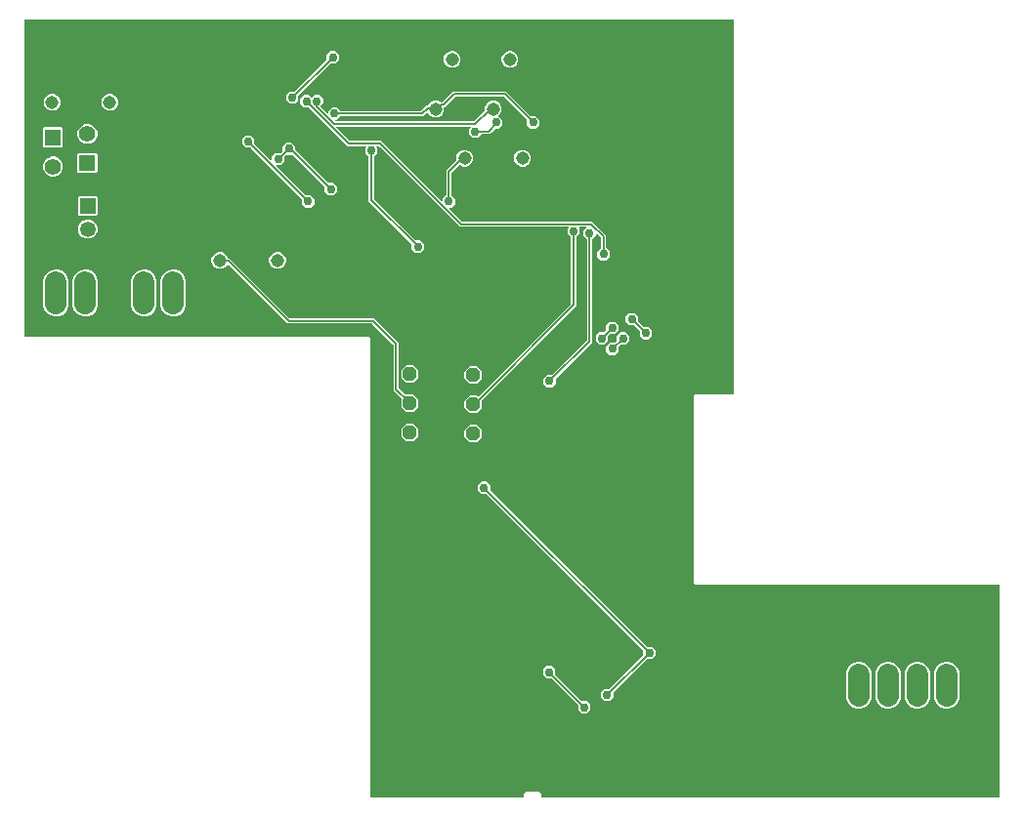
<source format=gbr>
G04 EAGLE Gerber X2 export*
%TF.Part,Single*%
%TF.FileFunction,Copper,L2,Bot,Mixed*%
%TF.FilePolarity,Positive*%
%TF.GenerationSoftware,Autodesk,EAGLE,9.2.2*%
%TF.CreationDate,2019-03-16T21:24:14Z*%
G75*
%MOMM*%
%FSLAX34Y34*%
%LPD*%
%INBottom Copper*%
%AMOC8*
5,1,8,0,0,1.08239X$1,22.5*%
G01*
%ADD10C,1.143000*%
%ADD11R,1.350000X1.350000*%
%ADD12C,1.350000*%
%ADD13P,1.307527X8X292.500000*%
%ADD14C,1.879600*%
%ADD15C,1.408000*%
%ADD16R,1.408000X1.408000*%
%ADD17C,0.152400*%
%ADD18C,0.756400*%

G36*
X434957Y2542D02*
X434957Y2542D01*
X434962Y2541D01*
X435055Y2562D01*
X435149Y2580D01*
X435153Y2583D01*
X435158Y2584D01*
X435236Y2640D01*
X435314Y2693D01*
X435317Y2697D01*
X435321Y2700D01*
X435372Y2782D01*
X435424Y2861D01*
X435424Y2866D01*
X435427Y2871D01*
X435459Y3048D01*
X435459Y6052D01*
X436948Y7541D01*
X449052Y7541D01*
X450541Y6052D01*
X450541Y3048D01*
X450542Y3043D01*
X450541Y3038D01*
X450562Y2945D01*
X450580Y2851D01*
X450583Y2847D01*
X450584Y2842D01*
X450640Y2764D01*
X450693Y2686D01*
X450697Y2683D01*
X450700Y2679D01*
X450782Y2628D01*
X450861Y2576D01*
X450866Y2576D01*
X450871Y2573D01*
X451048Y2541D01*
X846952Y2541D01*
X846957Y2542D01*
X846962Y2541D01*
X847055Y2562D01*
X847149Y2580D01*
X847153Y2583D01*
X847158Y2584D01*
X847236Y2640D01*
X847314Y2693D01*
X847317Y2697D01*
X847321Y2700D01*
X847372Y2782D01*
X847424Y2861D01*
X847424Y2866D01*
X847427Y2871D01*
X847459Y3048D01*
X847459Y186952D01*
X847458Y186957D01*
X847459Y186962D01*
X847438Y187055D01*
X847420Y187149D01*
X847417Y187153D01*
X847416Y187158D01*
X847360Y187236D01*
X847307Y187314D01*
X847303Y187317D01*
X847300Y187321D01*
X847218Y187372D01*
X847139Y187424D01*
X847134Y187424D01*
X847129Y187427D01*
X846952Y187459D01*
X583948Y187459D01*
X582459Y188948D01*
X582459Y351052D01*
X583948Y352541D01*
X616952Y352541D01*
X616957Y352542D01*
X616962Y352541D01*
X617055Y352562D01*
X617149Y352580D01*
X617153Y352583D01*
X617158Y352584D01*
X617236Y352640D01*
X617314Y352693D01*
X617317Y352697D01*
X617321Y352700D01*
X617372Y352782D01*
X617424Y352861D01*
X617424Y352866D01*
X617427Y352871D01*
X617459Y353048D01*
X617459Y676952D01*
X617458Y676957D01*
X617459Y676962D01*
X617438Y677055D01*
X617420Y677149D01*
X617417Y677153D01*
X617416Y677158D01*
X617360Y677236D01*
X617307Y677314D01*
X617303Y677317D01*
X617300Y677321D01*
X617218Y677372D01*
X617139Y677424D01*
X617134Y677424D01*
X617129Y677427D01*
X616952Y677459D01*
X3048Y677459D01*
X3043Y677458D01*
X3038Y677459D01*
X2945Y677438D01*
X2851Y677420D01*
X2847Y677417D01*
X2842Y677416D01*
X2764Y677360D01*
X2686Y677307D01*
X2683Y677303D01*
X2679Y677300D01*
X2628Y677218D01*
X2576Y677139D01*
X2576Y677134D01*
X2573Y677129D01*
X2541Y676952D01*
X2541Y403048D01*
X2542Y403043D01*
X2541Y403038D01*
X2562Y402945D01*
X2580Y402851D01*
X2583Y402847D01*
X2584Y402842D01*
X2640Y402764D01*
X2693Y402686D01*
X2697Y402683D01*
X2700Y402679D01*
X2782Y402628D01*
X2861Y402576D01*
X2866Y402576D01*
X2871Y402573D01*
X3048Y402541D01*
X301052Y402541D01*
X302541Y401052D01*
X302541Y3048D01*
X302542Y3043D01*
X302541Y3038D01*
X302562Y2945D01*
X302580Y2851D01*
X302583Y2847D01*
X302584Y2842D01*
X302640Y2764D01*
X302693Y2686D01*
X302697Y2683D01*
X302700Y2679D01*
X302782Y2628D01*
X302861Y2576D01*
X302866Y2576D01*
X302871Y2573D01*
X303048Y2541D01*
X434952Y2541D01*
X434957Y2542D01*
G37*
%LPC*%
G36*
X388287Y335876D02*
X388287Y335876D01*
X383855Y340307D01*
X383855Y346574D01*
X388287Y351005D01*
X394554Y351005D01*
X395188Y350371D01*
X395192Y350368D01*
X395195Y350364D01*
X395275Y350313D01*
X395355Y350260D01*
X395360Y350259D01*
X395364Y350256D01*
X395458Y350240D01*
X395552Y350223D01*
X395557Y350224D01*
X395562Y350223D01*
X395654Y350244D01*
X395748Y350264D01*
X395752Y350267D01*
X395757Y350268D01*
X395905Y350371D01*
X476101Y430567D01*
X476105Y430573D01*
X476111Y430578D01*
X476160Y430656D01*
X476212Y430734D01*
X476213Y430741D01*
X476217Y430748D01*
X476249Y430925D01*
X476249Y488348D01*
X476248Y488356D01*
X476249Y488363D01*
X476228Y488453D01*
X476210Y488544D01*
X476205Y488551D01*
X476203Y488558D01*
X476101Y488706D01*
X473229Y491578D01*
X473229Y495974D01*
X473975Y496719D01*
X473976Y496722D01*
X473978Y496723D01*
X474030Y496803D01*
X474085Y496886D01*
X474086Y496889D01*
X474087Y496891D01*
X474105Y496987D01*
X474123Y497083D01*
X474123Y497086D01*
X474123Y497088D01*
X474102Y497185D01*
X474081Y497279D01*
X474080Y497281D01*
X474079Y497284D01*
X474023Y497364D01*
X473967Y497444D01*
X473965Y497445D01*
X473963Y497447D01*
X473880Y497499D01*
X473798Y497551D01*
X473795Y497552D01*
X473793Y497553D01*
X473616Y497585D01*
X380053Y497585D01*
X310097Y567541D01*
X310091Y567545D01*
X310086Y567551D01*
X310008Y567600D01*
X309930Y567652D01*
X309923Y567653D01*
X309916Y567657D01*
X309739Y567689D01*
X308196Y567689D01*
X308194Y567689D01*
X308191Y567689D01*
X308096Y567669D01*
X308000Y567650D01*
X307997Y567648D01*
X307995Y567648D01*
X307914Y567592D01*
X307834Y567537D01*
X307832Y567535D01*
X307830Y567533D01*
X307777Y567450D01*
X307725Y567369D01*
X307724Y567366D01*
X307723Y567364D01*
X307706Y567268D01*
X307689Y567172D01*
X307690Y567169D01*
X307689Y567167D01*
X307711Y567072D01*
X307733Y566976D01*
X307734Y566974D01*
X307735Y566971D01*
X307837Y566823D01*
X308583Y566078D01*
X308583Y561682D01*
X305711Y558810D01*
X305707Y558804D01*
X305701Y558799D01*
X305652Y558721D01*
X305600Y558643D01*
X305599Y558636D01*
X305595Y558629D01*
X305563Y558452D01*
X305563Y522129D01*
X305564Y522121D01*
X305563Y522113D01*
X305584Y522023D01*
X305602Y521932D01*
X305607Y521926D01*
X305609Y521918D01*
X305711Y521770D01*
X341654Y485827D01*
X341660Y485823D01*
X341665Y485817D01*
X341744Y485768D01*
X341821Y485716D01*
X341828Y485715D01*
X341835Y485711D01*
X342012Y485679D01*
X345757Y485679D01*
X348865Y482570D01*
X348865Y478174D01*
X345757Y475065D01*
X341360Y475065D01*
X338252Y478174D01*
X338252Y482552D01*
X338250Y482559D01*
X338251Y482567D01*
X338231Y482657D01*
X338212Y482748D01*
X338208Y482755D01*
X338206Y482762D01*
X338103Y482910D01*
X302477Y518536D01*
X300989Y520024D01*
X300989Y558452D01*
X300988Y558460D01*
X300989Y558467D01*
X300968Y558557D01*
X300950Y558648D01*
X300945Y558655D01*
X300943Y558662D01*
X300841Y558810D01*
X297969Y561682D01*
X297969Y566078D01*
X298715Y566823D01*
X298716Y566826D01*
X298718Y566827D01*
X298770Y566907D01*
X298825Y566990D01*
X298826Y566993D01*
X298827Y566995D01*
X298845Y567091D01*
X298863Y567187D01*
X298863Y567190D01*
X298863Y567192D01*
X298842Y567289D01*
X298821Y567383D01*
X298820Y567385D01*
X298819Y567388D01*
X298763Y567468D01*
X298707Y567548D01*
X298705Y567549D01*
X298703Y567551D01*
X298620Y567603D01*
X298538Y567655D01*
X298535Y567656D01*
X298533Y567657D01*
X298356Y567689D01*
X282517Y567689D01*
X281029Y569177D01*
X249109Y601097D01*
X249103Y601101D01*
X249098Y601107D01*
X249020Y601156D01*
X248942Y601208D01*
X248935Y601209D01*
X248928Y601213D01*
X248751Y601245D01*
X244690Y601245D01*
X241581Y604354D01*
X241581Y608750D01*
X244690Y611859D01*
X249086Y611859D01*
X251101Y609844D01*
X251106Y609841D01*
X251109Y609836D01*
X251189Y609785D01*
X251268Y609733D01*
X251273Y609732D01*
X251278Y609729D01*
X251372Y609713D01*
X251465Y609695D01*
X251470Y609696D01*
X251476Y609695D01*
X251568Y609717D01*
X251661Y609737D01*
X251666Y609740D01*
X251671Y609741D01*
X251819Y609844D01*
X253834Y611859D01*
X258230Y611859D01*
X261339Y608750D01*
X261339Y604354D01*
X259474Y602489D01*
X259471Y602485D01*
X259467Y602482D01*
X259416Y602401D01*
X259363Y602322D01*
X259362Y602317D01*
X259359Y602313D01*
X259343Y602219D01*
X259326Y602125D01*
X259327Y602120D01*
X259326Y602115D01*
X259347Y602023D01*
X259367Y601929D01*
X259370Y601925D01*
X259371Y601920D01*
X259474Y601772D01*
X265099Y596147D01*
X265102Y596145D01*
X265103Y596143D01*
X265184Y596090D01*
X265266Y596036D01*
X265269Y596035D01*
X265271Y596034D01*
X265367Y596016D01*
X265463Y595998D01*
X265466Y595999D01*
X265468Y595998D01*
X265565Y596020D01*
X265659Y596040D01*
X265661Y596041D01*
X265664Y596042D01*
X265744Y596098D01*
X265824Y596154D01*
X265825Y596156D01*
X265827Y596158D01*
X265879Y596240D01*
X265931Y596323D01*
X265932Y596326D01*
X265933Y596328D01*
X265965Y596505D01*
X265965Y598082D01*
X269074Y601191D01*
X273470Y601191D01*
X276342Y598319D01*
X276348Y598315D01*
X276353Y598309D01*
X276431Y598260D01*
X276509Y598208D01*
X276516Y598207D01*
X276523Y598203D01*
X276700Y598171D01*
X346315Y598171D01*
X346322Y598172D01*
X346330Y598171D01*
X346420Y598192D01*
X346511Y598210D01*
X346518Y598215D01*
X346525Y598217D01*
X346673Y598319D01*
X351097Y602743D01*
X351862Y602743D01*
X351868Y602744D01*
X351875Y602743D01*
X351966Y602764D01*
X352058Y602782D01*
X352064Y602786D01*
X352070Y602787D01*
X352147Y602842D01*
X352224Y602895D01*
X352228Y602900D01*
X352233Y602904D01*
X352330Y603056D01*
X352668Y603871D01*
X354705Y605908D01*
X355429Y606208D01*
X356654Y606715D01*
X357365Y607010D01*
X360246Y607010D01*
X362946Y605891D01*
X362965Y605880D01*
X363042Y605828D01*
X363049Y605827D01*
X363056Y605823D01*
X363233Y605791D01*
X364603Y605791D01*
X364610Y605792D01*
X364618Y605791D01*
X364708Y605812D01*
X364799Y605830D01*
X364806Y605835D01*
X364813Y605837D01*
X364961Y605939D01*
X373957Y614935D01*
X420047Y614935D01*
X421535Y613447D01*
X441263Y593719D01*
X441269Y593715D01*
X441274Y593709D01*
X441352Y593660D01*
X441430Y593608D01*
X441437Y593607D01*
X441444Y593603D01*
X441621Y593571D01*
X445682Y593571D01*
X448791Y590462D01*
X448791Y586066D01*
X445682Y582957D01*
X441286Y582957D01*
X438177Y586066D01*
X438177Y590127D01*
X438176Y590134D01*
X438177Y590142D01*
X438156Y590232D01*
X438138Y590323D01*
X438133Y590330D01*
X438131Y590337D01*
X438029Y590485D01*
X418301Y610213D01*
X418295Y610217D01*
X418290Y610223D01*
X418212Y610272D01*
X418134Y610324D01*
X418127Y610325D01*
X418120Y610329D01*
X417943Y610361D01*
X376061Y610361D01*
X376054Y610360D01*
X376046Y610361D01*
X375956Y610340D01*
X375865Y610322D01*
X375858Y610317D01*
X375851Y610315D01*
X375703Y610213D01*
X366707Y601217D01*
X366552Y601217D01*
X366547Y601216D01*
X366542Y601217D01*
X366449Y601196D01*
X366356Y601178D01*
X366352Y601175D01*
X366346Y601174D01*
X366269Y601118D01*
X366190Y601065D01*
X366187Y601061D01*
X366183Y601058D01*
X366132Y600976D01*
X366081Y600897D01*
X366080Y600892D01*
X366077Y600887D01*
X366045Y600710D01*
X366045Y598330D01*
X364943Y595669D01*
X362906Y593632D01*
X362460Y593447D01*
X362459Y593447D01*
X361235Y592940D01*
X360246Y592530D01*
X357365Y592530D01*
X354705Y593632D01*
X352668Y595669D01*
X352321Y596507D01*
X352319Y596510D01*
X352318Y596514D01*
X352263Y596594D01*
X352209Y596673D01*
X352206Y596676D01*
X352204Y596679D01*
X352122Y596731D01*
X352042Y596784D01*
X352038Y596784D01*
X352034Y596786D01*
X351939Y596802D01*
X351844Y596820D01*
X351841Y596819D01*
X351837Y596820D01*
X351743Y596798D01*
X351649Y596778D01*
X351645Y596775D01*
X351642Y596774D01*
X351494Y596672D01*
X348419Y593597D01*
X276700Y593597D01*
X276692Y593596D01*
X276685Y593597D01*
X276595Y593576D01*
X276504Y593558D01*
X276497Y593553D01*
X276490Y593551D01*
X276342Y593449D01*
X273470Y590577D01*
X271893Y590577D01*
X271891Y590577D01*
X271888Y590577D01*
X271793Y590557D01*
X271697Y590538D01*
X271695Y590536D01*
X271692Y590536D01*
X271612Y590480D01*
X271531Y590425D01*
X271530Y590423D01*
X271527Y590421D01*
X271474Y590337D01*
X271422Y590257D01*
X271421Y590254D01*
X271420Y590252D01*
X271403Y590156D01*
X271386Y590060D01*
X271387Y590057D01*
X271386Y590055D01*
X271408Y589960D01*
X271430Y589864D01*
X271431Y589862D01*
X271432Y589859D01*
X271535Y589711D01*
X272071Y589175D01*
X272077Y589171D01*
X272082Y589165D01*
X272161Y589116D01*
X272238Y589064D01*
X272245Y589063D01*
X272252Y589059D01*
X272429Y589027D01*
X392035Y589027D01*
X392042Y589028D01*
X392050Y589027D01*
X392140Y589048D01*
X392231Y589066D01*
X392238Y589071D01*
X392245Y589073D01*
X392393Y589175D01*
X401417Y598199D01*
X401421Y598204D01*
X401422Y598206D01*
X401428Y598210D01*
X401477Y598289D01*
X401528Y598366D01*
X401529Y598371D01*
X401530Y598373D01*
X401531Y598375D01*
X401534Y598380D01*
X401566Y598558D01*
X401566Y601210D01*
X402668Y603871D01*
X404705Y605908D01*
X405429Y606208D01*
X406654Y606715D01*
X407365Y607010D01*
X410246Y607010D01*
X412906Y605908D01*
X414943Y603871D01*
X416045Y601210D01*
X416045Y598330D01*
X414943Y595669D01*
X413620Y594346D01*
X413617Y594342D01*
X413613Y594339D01*
X413562Y594259D01*
X413509Y594179D01*
X413508Y594174D01*
X413505Y594170D01*
X413489Y594076D01*
X413472Y593982D01*
X413473Y593977D01*
X413472Y593972D01*
X413493Y593879D01*
X413513Y593786D01*
X413516Y593782D01*
X413517Y593777D01*
X413620Y593629D01*
X416787Y590462D01*
X416787Y586066D01*
X413678Y582957D01*
X410673Y582957D01*
X410665Y582956D01*
X410658Y582957D01*
X410568Y582936D01*
X410477Y582918D01*
X410470Y582913D01*
X410462Y582911D01*
X410314Y582809D01*
X407022Y579516D01*
X405534Y578028D01*
X398638Y578028D01*
X398631Y578027D01*
X398623Y578028D01*
X398533Y578007D01*
X398442Y577989D01*
X398435Y577984D01*
X398428Y577982D01*
X398280Y577880D01*
X395408Y575008D01*
X391012Y575008D01*
X387903Y578117D01*
X387903Y582513D01*
X388978Y583587D01*
X388979Y583590D01*
X388981Y583591D01*
X389033Y583671D01*
X389089Y583754D01*
X389089Y583757D01*
X389091Y583759D01*
X389108Y583855D01*
X389126Y583951D01*
X389126Y583954D01*
X389126Y583956D01*
X389105Y584053D01*
X389085Y584147D01*
X389083Y584149D01*
X389083Y584152D01*
X389026Y584232D01*
X388970Y584312D01*
X388968Y584313D01*
X388967Y584315D01*
X388883Y584368D01*
X388801Y584419D01*
X388799Y584420D01*
X388796Y584421D01*
X388619Y584453D01*
X273445Y584453D01*
X273443Y584453D01*
X273440Y584453D01*
X273345Y584433D01*
X273249Y584414D01*
X273247Y584412D01*
X273244Y584412D01*
X273163Y584356D01*
X273083Y584301D01*
X273082Y584299D01*
X273079Y584297D01*
X273026Y584214D01*
X272974Y584133D01*
X272973Y584130D01*
X272972Y584128D01*
X272955Y584032D01*
X272938Y583936D01*
X272939Y583933D01*
X272938Y583931D01*
X272960Y583837D01*
X272982Y583740D01*
X272983Y583738D01*
X272984Y583735D01*
X273087Y583587D01*
X284263Y572411D01*
X284269Y572407D01*
X284274Y572401D01*
X284352Y572352D01*
X284430Y572300D01*
X284437Y572299D01*
X284444Y572295D01*
X284621Y572263D01*
X311843Y572263D01*
X364159Y519947D01*
X364162Y519945D01*
X364163Y519943D01*
X364244Y519890D01*
X364326Y519836D01*
X364329Y519835D01*
X364331Y519834D01*
X364427Y519816D01*
X364523Y519798D01*
X364526Y519799D01*
X364528Y519798D01*
X364625Y519820D01*
X364719Y519840D01*
X364721Y519841D01*
X364724Y519842D01*
X364804Y519898D01*
X364884Y519954D01*
X364885Y519956D01*
X364887Y519958D01*
X364939Y520040D01*
X364991Y520123D01*
X364992Y520126D01*
X364993Y520128D01*
X365025Y520305D01*
X365025Y521882D01*
X367897Y524754D01*
X367901Y524760D01*
X367907Y524765D01*
X367956Y524843D01*
X368008Y524921D01*
X368009Y524928D01*
X368013Y524935D01*
X368045Y525112D01*
X368045Y546539D01*
X376710Y555204D01*
X376715Y555211D01*
X376721Y555215D01*
X376770Y555294D01*
X376821Y555371D01*
X376823Y555379D01*
X376827Y555386D01*
X376859Y555563D01*
X376859Y558450D01*
X377961Y561111D01*
X379998Y563148D01*
X381087Y563599D01*
X382312Y564106D01*
X382659Y564250D01*
X385539Y564250D01*
X388200Y563148D01*
X390236Y561111D01*
X391338Y558450D01*
X391338Y555570D01*
X390236Y552909D01*
X388200Y550872D01*
X388117Y550838D01*
X386893Y550331D01*
X385668Y549824D01*
X385539Y549770D01*
X382659Y549770D01*
X379998Y550872D01*
X379781Y551089D01*
X379776Y551092D01*
X379773Y551097D01*
X379692Y551148D01*
X379614Y551200D01*
X379609Y551201D01*
X379604Y551204D01*
X379510Y551220D01*
X379417Y551238D01*
X379412Y551237D01*
X379407Y551238D01*
X379314Y551216D01*
X379221Y551196D01*
X379217Y551193D01*
X379211Y551192D01*
X379063Y551089D01*
X372767Y544793D01*
X372763Y544787D01*
X372757Y544782D01*
X372708Y544704D01*
X372656Y544626D01*
X372655Y544619D01*
X372651Y544612D01*
X372619Y544435D01*
X372619Y525112D01*
X372620Y525104D01*
X372619Y525097D01*
X372640Y525007D01*
X372658Y524916D01*
X372663Y524909D01*
X372665Y524902D01*
X372767Y524754D01*
X375639Y521882D01*
X375639Y517486D01*
X372530Y514377D01*
X370953Y514377D01*
X370951Y514377D01*
X370948Y514377D01*
X370853Y514357D01*
X370757Y514338D01*
X370755Y514336D01*
X370752Y514336D01*
X370671Y514280D01*
X370591Y514225D01*
X370590Y514223D01*
X370587Y514221D01*
X370534Y514138D01*
X370482Y514057D01*
X370481Y514054D01*
X370480Y514052D01*
X370463Y513956D01*
X370446Y513860D01*
X370447Y513857D01*
X370446Y513855D01*
X370468Y513761D01*
X370490Y513664D01*
X370491Y513662D01*
X370492Y513659D01*
X370595Y513511D01*
X381799Y502307D01*
X381805Y502303D01*
X381810Y502297D01*
X381888Y502248D01*
X381966Y502196D01*
X381973Y502195D01*
X381980Y502191D01*
X382157Y502159D01*
X494723Y502159D01*
X506731Y490151D01*
X506731Y479392D01*
X506732Y479384D01*
X506731Y479377D01*
X506752Y479287D01*
X506770Y479196D01*
X506775Y479189D01*
X506777Y479182D01*
X506879Y479034D01*
X509751Y476162D01*
X509751Y471766D01*
X506642Y468657D01*
X502246Y468657D01*
X499137Y471766D01*
X499137Y476162D01*
X502009Y479034D01*
X502013Y479040D01*
X502019Y479045D01*
X502068Y479123D01*
X502120Y479201D01*
X502121Y479208D01*
X502125Y479215D01*
X502157Y479392D01*
X502157Y488047D01*
X502156Y488054D01*
X502157Y488062D01*
X502136Y488152D01*
X502118Y488243D01*
X502113Y488250D01*
X502111Y488257D01*
X502009Y488405D01*
X498425Y491989D01*
X498422Y491991D01*
X498421Y491993D01*
X498340Y492046D01*
X498258Y492100D01*
X498255Y492101D01*
X498253Y492102D01*
X498157Y492120D01*
X498061Y492138D01*
X498058Y492137D01*
X498056Y492138D01*
X497959Y492116D01*
X497865Y492096D01*
X497863Y492095D01*
X497860Y492094D01*
X497780Y492038D01*
X497700Y491982D01*
X497699Y491980D01*
X497697Y491978D01*
X497645Y491896D01*
X497593Y491813D01*
X497592Y491810D01*
X497591Y491808D01*
X497559Y491631D01*
X497559Y490054D01*
X494687Y487182D01*
X494683Y487176D01*
X494677Y487171D01*
X494628Y487093D01*
X494576Y487015D01*
X494575Y487008D01*
X494571Y487001D01*
X494539Y486824D01*
X494539Y397446D01*
X463023Y365931D01*
X463019Y365924D01*
X463012Y365920D01*
X462964Y365841D01*
X462912Y365764D01*
X462911Y365756D01*
X462907Y365749D01*
X462875Y365572D01*
X462875Y361511D01*
X459766Y358403D01*
X455370Y358403D01*
X452261Y361511D01*
X452261Y365908D01*
X455370Y369016D01*
X459431Y369016D01*
X459438Y369018D01*
X459446Y369016D01*
X459536Y369037D01*
X459627Y369056D01*
X459634Y369060D01*
X459641Y369062D01*
X459789Y369165D01*
X489817Y399192D01*
X489821Y399199D01*
X489827Y399203D01*
X489876Y399282D01*
X489928Y399359D01*
X489929Y399367D01*
X489933Y399374D01*
X489965Y399551D01*
X489965Y486824D01*
X489964Y486832D01*
X489965Y486839D01*
X489944Y486929D01*
X489926Y487020D01*
X489921Y487027D01*
X489919Y487034D01*
X489817Y487182D01*
X486945Y490054D01*
X486945Y494450D01*
X489215Y496719D01*
X489216Y496722D01*
X489218Y496723D01*
X489271Y496804D01*
X489325Y496886D01*
X489326Y496889D01*
X489327Y496891D01*
X489345Y496987D01*
X489363Y497083D01*
X489363Y497086D01*
X489363Y497088D01*
X489342Y497185D01*
X489321Y497279D01*
X489320Y497281D01*
X489319Y497284D01*
X489263Y497364D01*
X489207Y497444D01*
X489205Y497445D01*
X489203Y497447D01*
X489121Y497499D01*
X489038Y497551D01*
X489035Y497552D01*
X489033Y497553D01*
X488856Y497585D01*
X483456Y497585D01*
X483454Y497585D01*
X483451Y497585D01*
X483356Y497565D01*
X483260Y497546D01*
X483257Y497544D01*
X483255Y497544D01*
X483174Y497488D01*
X483094Y497433D01*
X483092Y497431D01*
X483090Y497429D01*
X483037Y497346D01*
X482985Y497265D01*
X482984Y497262D01*
X482983Y497260D01*
X482966Y497164D01*
X482949Y497068D01*
X482950Y497065D01*
X482949Y497063D01*
X482971Y496968D01*
X482993Y496872D01*
X482994Y496870D01*
X482995Y496867D01*
X483097Y496719D01*
X483843Y495974D01*
X483843Y491578D01*
X480971Y488706D01*
X480967Y488700D01*
X480961Y488695D01*
X480912Y488617D01*
X480860Y488539D01*
X480859Y488532D01*
X480855Y488525D01*
X480823Y488348D01*
X480823Y428821D01*
X399133Y347132D01*
X399129Y347125D01*
X399123Y347120D01*
X399074Y347042D01*
X399023Y346965D01*
X399021Y346957D01*
X399017Y346950D01*
X398985Y346773D01*
X398985Y340307D01*
X394554Y335876D01*
X388287Y335876D01*
G37*
%LPD*%
%LPC*%
G36*
X333412Y337235D02*
X333412Y337235D01*
X328981Y341666D01*
X328981Y347933D01*
X329162Y348114D01*
X329165Y348119D01*
X329170Y348122D01*
X329221Y348202D01*
X329273Y348281D01*
X329274Y348286D01*
X329277Y348291D01*
X329293Y348385D01*
X329311Y348478D01*
X329310Y348483D01*
X329311Y348489D01*
X329289Y348581D01*
X329269Y348674D01*
X329266Y348679D01*
X329265Y348684D01*
X329162Y348832D01*
X322325Y355669D01*
X322325Y395083D01*
X322324Y395090D01*
X322325Y395098D01*
X322304Y395188D01*
X322286Y395279D01*
X322281Y395286D01*
X322279Y395293D01*
X322177Y395441D01*
X304001Y413617D01*
X303995Y413621D01*
X303990Y413627D01*
X303912Y413676D01*
X303834Y413728D01*
X303827Y413729D01*
X303820Y413733D01*
X303643Y413765D01*
X230701Y413765D01*
X229213Y415253D01*
X179178Y465288D01*
X179175Y465290D01*
X179172Y465294D01*
X179091Y465346D01*
X179011Y465399D01*
X179007Y465400D01*
X179004Y465402D01*
X178908Y465419D01*
X178814Y465437D01*
X178810Y465436D01*
X178806Y465437D01*
X178712Y465415D01*
X178618Y465395D01*
X178615Y465393D01*
X178611Y465392D01*
X178532Y465336D01*
X178453Y465281D01*
X178451Y465278D01*
X178448Y465275D01*
X178351Y465124D01*
X178024Y464336D01*
X175988Y462299D01*
X175433Y462070D01*
X174208Y461562D01*
X173327Y461197D01*
X170447Y461197D01*
X167786Y462299D01*
X165749Y464336D01*
X164647Y466997D01*
X164647Y469877D01*
X165749Y472538D01*
X167786Y474575D01*
X168402Y474830D01*
X168403Y474830D01*
X169627Y475337D01*
X170447Y475677D01*
X173327Y475677D01*
X175988Y474575D01*
X178024Y472538D01*
X178882Y470468D01*
X178885Y470462D01*
X178887Y470456D01*
X178941Y470379D01*
X178994Y470301D01*
X178999Y470298D01*
X179003Y470293D01*
X179083Y470243D01*
X179161Y470191D01*
X179168Y470190D01*
X179173Y470187D01*
X179350Y470155D01*
X180779Y470155D01*
X232447Y418487D01*
X232453Y418483D01*
X232458Y418477D01*
X232536Y418428D01*
X232614Y418376D01*
X232621Y418375D01*
X232628Y418371D01*
X232805Y418339D01*
X305747Y418339D01*
X326899Y397187D01*
X326899Y357773D01*
X326900Y357766D01*
X326899Y357758D01*
X326920Y357668D01*
X326938Y357577D01*
X326943Y357570D01*
X326945Y357563D01*
X327047Y357415D01*
X332396Y352066D01*
X332401Y352063D01*
X332404Y352058D01*
X332484Y352008D01*
X332563Y351955D01*
X332568Y351954D01*
X332573Y351951D01*
X332667Y351935D01*
X332760Y351917D01*
X332765Y351918D01*
X332770Y351917D01*
X332863Y351939D01*
X332956Y351959D01*
X332961Y351962D01*
X332966Y351963D01*
X333114Y352066D01*
X333412Y352364D01*
X339679Y352364D01*
X344111Y347933D01*
X344111Y341666D01*
X339679Y337235D01*
X333412Y337235D01*
G37*
%LPD*%
%LPC*%
G36*
X505294Y86133D02*
X505294Y86133D01*
X502185Y89242D01*
X502185Y93638D01*
X505294Y96747D01*
X509355Y96747D01*
X509362Y96748D01*
X509370Y96747D01*
X509460Y96768D01*
X509551Y96786D01*
X509558Y96791D01*
X509565Y96793D01*
X509713Y96895D01*
X538613Y125795D01*
X538617Y125801D01*
X538623Y125806D01*
X538672Y125884D01*
X538724Y125962D01*
X538725Y125969D01*
X538729Y125976D01*
X538761Y126153D01*
X538761Y129879D01*
X538760Y129886D01*
X538761Y129894D01*
X538740Y129984D01*
X538722Y130075D01*
X538717Y130082D01*
X538715Y130089D01*
X538613Y130237D01*
X403033Y265817D01*
X403027Y265821D01*
X403022Y265827D01*
X402944Y265876D01*
X402866Y265928D01*
X402859Y265929D01*
X402852Y265933D01*
X402675Y265965D01*
X398614Y265965D01*
X395505Y269074D01*
X395505Y273470D01*
X398614Y276579D01*
X403010Y276579D01*
X406119Y273470D01*
X406119Y269409D01*
X406120Y269402D01*
X406119Y269394D01*
X406140Y269304D01*
X406158Y269213D01*
X406163Y269206D01*
X406165Y269199D01*
X406267Y269051D01*
X541847Y133471D01*
X541853Y133467D01*
X541858Y133461D01*
X541936Y133412D01*
X542014Y133360D01*
X542021Y133359D01*
X542028Y133355D01*
X542205Y133323D01*
X546266Y133323D01*
X549375Y130214D01*
X549375Y125818D01*
X546266Y122709D01*
X542205Y122709D01*
X542198Y122708D01*
X542190Y122709D01*
X542100Y122688D01*
X542009Y122670D01*
X542002Y122665D01*
X541995Y122663D01*
X541847Y122561D01*
X512947Y93661D01*
X512943Y93655D01*
X512937Y93650D01*
X512888Y93572D01*
X512836Y93494D01*
X512835Y93487D01*
X512831Y93480D01*
X512799Y93303D01*
X512799Y89242D01*
X509690Y86133D01*
X505294Y86133D01*
G37*
%LPD*%
%LPC*%
G36*
X246214Y514377D02*
X246214Y514377D01*
X243105Y517486D01*
X243105Y521547D01*
X243104Y521554D01*
X243105Y521562D01*
X243084Y521652D01*
X243066Y521743D01*
X243061Y521750D01*
X243059Y521757D01*
X242957Y521905D01*
X198817Y566045D01*
X198811Y566049D01*
X198806Y566055D01*
X198728Y566104D01*
X198650Y566156D01*
X198643Y566157D01*
X198636Y566161D01*
X198459Y566193D01*
X194398Y566193D01*
X191289Y569302D01*
X191289Y573698D01*
X194398Y576807D01*
X198794Y576807D01*
X201903Y573698D01*
X201903Y569637D01*
X201903Y569636D01*
X201904Y569629D01*
X201903Y569622D01*
X201924Y569532D01*
X201942Y569441D01*
X201947Y569434D01*
X201949Y569427D01*
X202051Y569279D01*
X216331Y554999D01*
X216334Y554997D01*
X216335Y554995D01*
X216416Y554942D01*
X216498Y554888D01*
X216501Y554887D01*
X216503Y554886D01*
X216599Y554868D01*
X216695Y554850D01*
X216698Y554851D01*
X216700Y554850D01*
X216797Y554872D01*
X216891Y554892D01*
X216893Y554893D01*
X216896Y554894D01*
X216976Y554950D01*
X217056Y555006D01*
X217057Y555008D01*
X217059Y555010D01*
X217111Y555092D01*
X217163Y555175D01*
X217164Y555178D01*
X217165Y555180D01*
X217197Y555357D01*
X217197Y558458D01*
X220306Y561567D01*
X224367Y561567D01*
X224374Y561568D01*
X224382Y561567D01*
X224472Y561588D01*
X224563Y561606D01*
X224570Y561611D01*
X224577Y561613D01*
X224725Y561715D01*
X226193Y563183D01*
X226197Y563189D01*
X226203Y563194D01*
X226252Y563272D01*
X226304Y563350D01*
X226305Y563357D01*
X226309Y563364D01*
X226341Y563541D01*
X226341Y567602D01*
X229450Y570711D01*
X233846Y570711D01*
X236955Y567602D01*
X236955Y565065D01*
X236956Y565058D01*
X236955Y565050D01*
X236976Y564960D01*
X236994Y564869D01*
X236999Y564862D01*
X237001Y564855D01*
X237103Y564707D01*
X266003Y535807D01*
X266008Y535804D01*
X266012Y535798D01*
X266013Y535798D01*
X266014Y535797D01*
X266092Y535748D01*
X266170Y535696D01*
X266177Y535695D01*
X266184Y535691D01*
X266361Y535659D01*
X270422Y535659D01*
X273531Y532550D01*
X273531Y528154D01*
X270422Y525045D01*
X266026Y525045D01*
X262917Y528154D01*
X262917Y532215D01*
X262916Y532222D01*
X262917Y532230D01*
X262896Y532320D01*
X262878Y532411D01*
X262873Y532418D01*
X262871Y532425D01*
X262769Y532573D01*
X234904Y560438D01*
X234900Y560441D01*
X234897Y560445D01*
X234817Y560496D01*
X234737Y560549D01*
X234732Y560550D01*
X234728Y560553D01*
X234634Y560569D01*
X234540Y560586D01*
X234535Y560585D01*
X234530Y560586D01*
X234437Y560565D01*
X234344Y560545D01*
X234340Y560542D01*
X234335Y560541D01*
X234187Y560438D01*
X233846Y560097D01*
X229785Y560097D01*
X229778Y560096D01*
X229770Y560097D01*
X229680Y560076D01*
X229589Y560058D01*
X229582Y560053D01*
X229575Y560051D01*
X229427Y559949D01*
X227959Y558481D01*
X227955Y558475D01*
X227949Y558470D01*
X227900Y558392D01*
X227848Y558314D01*
X227847Y558307D01*
X227843Y558300D01*
X227811Y558123D01*
X227811Y554062D01*
X224702Y550953D01*
X221601Y550953D01*
X221599Y550953D01*
X221596Y550953D01*
X221501Y550933D01*
X221405Y550914D01*
X221403Y550912D01*
X221400Y550912D01*
X221319Y550856D01*
X221239Y550801D01*
X221238Y550799D01*
X221235Y550797D01*
X221182Y550714D01*
X221130Y550633D01*
X221129Y550630D01*
X221128Y550628D01*
X221111Y550532D01*
X221094Y550436D01*
X221095Y550433D01*
X221094Y550431D01*
X221116Y550337D01*
X221138Y550240D01*
X221139Y550238D01*
X221140Y550235D01*
X221243Y550087D01*
X246191Y525139D01*
X246197Y525135D01*
X246202Y525129D01*
X246280Y525080D01*
X246358Y525028D01*
X246365Y525027D01*
X246372Y525023D01*
X246549Y524991D01*
X250610Y524991D01*
X253719Y521882D01*
X253719Y517486D01*
X250610Y514377D01*
X246214Y514377D01*
G37*
%LPD*%
%LPC*%
G36*
X748627Y79679D02*
X748627Y79679D01*
X744613Y81342D01*
X741540Y84415D01*
X739877Y88429D01*
X739877Y111571D01*
X741540Y115585D01*
X744613Y118658D01*
X744812Y118741D01*
X744813Y118741D01*
X746037Y119248D01*
X747262Y119755D01*
X748486Y120262D01*
X748627Y120321D01*
X752973Y120321D01*
X756987Y118658D01*
X760060Y115585D01*
X761723Y111571D01*
X761723Y88429D01*
X760060Y84415D01*
X756987Y81342D01*
X756463Y81125D01*
X755238Y80618D01*
X754014Y80110D01*
X754013Y80110D01*
X752973Y79679D01*
X748627Y79679D01*
G37*
%LPD*%
%LPC*%
G36*
X774027Y79679D02*
X774027Y79679D01*
X770013Y81342D01*
X766940Y84415D01*
X765277Y88429D01*
X765277Y111571D01*
X766940Y115585D01*
X770013Y118658D01*
X770212Y118741D01*
X770213Y118741D01*
X771437Y119248D01*
X772662Y119755D01*
X773886Y120262D01*
X774027Y120321D01*
X778373Y120321D01*
X782387Y118658D01*
X785460Y115585D01*
X787123Y111571D01*
X787123Y88429D01*
X785460Y84415D01*
X782387Y81342D01*
X781863Y81125D01*
X780638Y80618D01*
X779414Y80110D01*
X779413Y80110D01*
X778373Y79679D01*
X774027Y79679D01*
G37*
%LPD*%
%LPC*%
G36*
X723227Y79679D02*
X723227Y79679D01*
X719213Y81342D01*
X716140Y84415D01*
X714477Y88429D01*
X714477Y111571D01*
X716140Y115585D01*
X719213Y118658D01*
X719412Y118741D01*
X719413Y118741D01*
X720637Y119248D01*
X721862Y119755D01*
X723086Y120262D01*
X723227Y120321D01*
X727573Y120321D01*
X731587Y118658D01*
X734660Y115585D01*
X736323Y111571D01*
X736323Y88429D01*
X734660Y84415D01*
X731587Y81342D01*
X731063Y81125D01*
X729838Y80618D01*
X728614Y80110D01*
X728613Y80110D01*
X727573Y79679D01*
X723227Y79679D01*
G37*
%LPD*%
%LPC*%
G36*
X799427Y79679D02*
X799427Y79679D01*
X795413Y81342D01*
X792340Y84415D01*
X790677Y88429D01*
X790677Y111571D01*
X792340Y115585D01*
X795413Y118658D01*
X795612Y118741D01*
X795613Y118741D01*
X796837Y119248D01*
X798062Y119755D01*
X799286Y120262D01*
X799427Y120321D01*
X803773Y120321D01*
X807787Y118658D01*
X810860Y115585D01*
X812523Y111571D01*
X812523Y88429D01*
X810860Y84415D01*
X807787Y81342D01*
X807263Y81125D01*
X806038Y80618D01*
X804814Y80110D01*
X804813Y80110D01*
X803773Y79679D01*
X799427Y79679D01*
G37*
%LPD*%
%LPC*%
G36*
X53227Y419679D02*
X53227Y419679D01*
X49213Y421342D01*
X46140Y424415D01*
X44477Y428429D01*
X44477Y451571D01*
X46140Y455585D01*
X49213Y458658D01*
X50293Y459105D01*
X51518Y459613D01*
X52742Y460120D01*
X53227Y460321D01*
X57573Y460321D01*
X61587Y458658D01*
X64660Y455585D01*
X66323Y451571D01*
X66323Y428429D01*
X64660Y424415D01*
X61587Y421342D01*
X60719Y420982D01*
X59494Y420475D01*
X58270Y419968D01*
X58269Y419968D01*
X57573Y419679D01*
X53227Y419679D01*
G37*
%LPD*%
%LPC*%
G36*
X27827Y419679D02*
X27827Y419679D01*
X23813Y421342D01*
X20740Y424415D01*
X19077Y428429D01*
X19077Y451571D01*
X20740Y455585D01*
X23813Y458658D01*
X24893Y459105D01*
X26118Y459613D01*
X27342Y460120D01*
X27827Y460321D01*
X32173Y460321D01*
X36187Y458658D01*
X39260Y455585D01*
X40923Y451571D01*
X40923Y428429D01*
X39260Y424415D01*
X36187Y421342D01*
X35319Y420982D01*
X34094Y420475D01*
X32870Y419968D01*
X32869Y419968D01*
X32173Y419679D01*
X27827Y419679D01*
G37*
%LPD*%
%LPC*%
G36*
X104027Y419679D02*
X104027Y419679D01*
X100013Y421342D01*
X96940Y424415D01*
X95277Y428429D01*
X95277Y451571D01*
X96940Y455585D01*
X100013Y458658D01*
X101093Y459105D01*
X102318Y459613D01*
X103542Y460120D01*
X104027Y460321D01*
X108373Y460321D01*
X112387Y458658D01*
X115460Y455585D01*
X117123Y451571D01*
X117123Y428429D01*
X115460Y424415D01*
X112387Y421342D01*
X111519Y420982D01*
X110294Y420475D01*
X109070Y419968D01*
X109069Y419968D01*
X108373Y419679D01*
X104027Y419679D01*
G37*
%LPD*%
%LPC*%
G36*
X129427Y419679D02*
X129427Y419679D01*
X125413Y421342D01*
X122340Y424415D01*
X120677Y428429D01*
X120677Y451571D01*
X122340Y455585D01*
X125413Y458658D01*
X126493Y459105D01*
X127718Y459613D01*
X128942Y460120D01*
X129427Y460321D01*
X133773Y460321D01*
X137787Y458658D01*
X140860Y455585D01*
X142523Y451571D01*
X142523Y428429D01*
X140860Y424415D01*
X137787Y421342D01*
X136919Y420982D01*
X135694Y420475D01*
X134470Y419968D01*
X134469Y419968D01*
X133773Y419679D01*
X129427Y419679D01*
G37*
%LPD*%
%LPC*%
G36*
X232498Y604293D02*
X232498Y604293D01*
X229389Y607402D01*
X229389Y611798D01*
X232498Y614907D01*
X236559Y614907D01*
X236566Y614908D01*
X236574Y614907D01*
X236664Y614928D01*
X236755Y614946D01*
X236762Y614951D01*
X236769Y614953D01*
X236917Y615055D01*
X264293Y642431D01*
X264297Y642437D01*
X264303Y642442D01*
X264352Y642520D01*
X264404Y642598D01*
X264405Y642605D01*
X264409Y642612D01*
X264441Y642789D01*
X264441Y646850D01*
X267550Y649959D01*
X271946Y649959D01*
X275055Y646850D01*
X275055Y642454D01*
X271946Y639345D01*
X267885Y639345D01*
X267878Y639344D01*
X267870Y639345D01*
X267780Y639324D01*
X267689Y639306D01*
X267682Y639301D01*
X267675Y639299D01*
X267527Y639197D01*
X240151Y611821D01*
X240147Y611815D01*
X240141Y611810D01*
X240092Y611732D01*
X240040Y611654D01*
X240039Y611647D01*
X240035Y611640D01*
X240003Y611463D01*
X240003Y607402D01*
X236894Y604293D01*
X232498Y604293D01*
G37*
%LPD*%
%LPC*%
G36*
X485482Y75465D02*
X485482Y75465D01*
X482373Y78574D01*
X482373Y82635D01*
X482372Y82642D01*
X482373Y82650D01*
X482352Y82740D01*
X482334Y82831D01*
X482329Y82838D01*
X482327Y82845D01*
X482225Y82993D01*
X459421Y105797D01*
X459415Y105801D01*
X459410Y105807D01*
X459332Y105856D01*
X459254Y105908D01*
X459247Y105909D01*
X459240Y105913D01*
X459063Y105945D01*
X455002Y105945D01*
X451893Y109054D01*
X451893Y113450D01*
X455002Y116559D01*
X459398Y116559D01*
X462507Y113450D01*
X462507Y109389D01*
X462508Y109382D01*
X462507Y109374D01*
X462528Y109284D01*
X462546Y109193D01*
X462551Y109186D01*
X462553Y109179D01*
X462655Y109031D01*
X485459Y86227D01*
X485465Y86223D01*
X485470Y86217D01*
X485548Y86168D01*
X485626Y86116D01*
X485633Y86115D01*
X485640Y86111D01*
X485817Y86079D01*
X489878Y86079D01*
X492987Y82970D01*
X492987Y78574D01*
X489878Y75465D01*
X485482Y75465D01*
G37*
%LPD*%
%LPC*%
G36*
X49452Y544082D02*
X49452Y544082D01*
X48559Y544975D01*
X48559Y560318D01*
X49452Y561211D01*
X64795Y561211D01*
X65689Y560318D01*
X65689Y544975D01*
X64795Y544082D01*
X49452Y544082D01*
G37*
%LPD*%
%LPC*%
G36*
X19604Y566706D02*
X19604Y566706D01*
X18711Y567599D01*
X18711Y582942D01*
X19604Y583836D01*
X34948Y583836D01*
X35841Y582942D01*
X35841Y567599D01*
X34948Y566706D01*
X19604Y566706D01*
G37*
%LPD*%
%LPC*%
G36*
X50014Y507448D02*
X50014Y507448D01*
X49120Y508341D01*
X49120Y523105D01*
X50014Y523998D01*
X64777Y523998D01*
X65670Y523105D01*
X65670Y508341D01*
X64777Y507448D01*
X50014Y507448D01*
G37*
%LPD*%
%LPC*%
G36*
X25572Y541306D02*
X25572Y541306D01*
X22424Y542610D01*
X20015Y545019D01*
X18711Y548167D01*
X18711Y551575D01*
X20015Y554722D01*
X22424Y557132D01*
X23342Y557512D01*
X24567Y558019D01*
X25572Y558436D01*
X28980Y558436D01*
X32127Y557132D01*
X34537Y554722D01*
X35841Y551575D01*
X35841Y548167D01*
X34537Y545019D01*
X32127Y542610D01*
X31174Y542215D01*
X29949Y541708D01*
X28980Y541306D01*
X25572Y541306D01*
G37*
%LPD*%
%LPC*%
G36*
X55420Y569482D02*
X55420Y569482D01*
X52272Y570786D01*
X49863Y573195D01*
X48559Y576343D01*
X48559Y579750D01*
X49863Y582898D01*
X52272Y585307D01*
X52522Y585411D01*
X53746Y585918D01*
X54971Y586425D01*
X55420Y586611D01*
X58827Y586611D01*
X61975Y585307D01*
X64385Y582898D01*
X65689Y579750D01*
X65689Y576343D01*
X64385Y573195D01*
X61975Y570786D01*
X61578Y570621D01*
X60354Y570114D01*
X59129Y569607D01*
X58827Y569482D01*
X55420Y569482D01*
G37*
%LPD*%
%LPC*%
G36*
X55749Y487448D02*
X55749Y487448D01*
X52708Y488708D01*
X50380Y491036D01*
X49120Y494077D01*
X49120Y497369D01*
X50380Y500410D01*
X52708Y502738D01*
X53910Y503236D01*
X53911Y503236D01*
X55135Y503743D01*
X55749Y503998D01*
X59041Y503998D01*
X62082Y502738D01*
X64410Y500410D01*
X65670Y497369D01*
X65670Y494077D01*
X64410Y491036D01*
X62082Y488708D01*
X61452Y488447D01*
X61451Y488447D01*
X60227Y487939D01*
X59041Y487448D01*
X55749Y487448D01*
G37*
%LPD*%
%LPC*%
G36*
X538822Y400077D02*
X538822Y400077D01*
X535713Y403186D01*
X535713Y407247D01*
X535712Y407254D01*
X535713Y407262D01*
X535692Y407351D01*
X535674Y407443D01*
X535669Y407450D01*
X535667Y407457D01*
X535565Y407605D01*
X531049Y412121D01*
X531043Y412125D01*
X531038Y412131D01*
X530960Y412180D01*
X530882Y412232D01*
X530875Y412233D01*
X530868Y412237D01*
X530691Y412269D01*
X526630Y412269D01*
X523521Y415378D01*
X523521Y419774D01*
X526630Y422883D01*
X531026Y422883D01*
X534135Y419774D01*
X534135Y415713D01*
X534136Y415706D01*
X534135Y415698D01*
X534156Y415608D01*
X534174Y415517D01*
X534179Y415510D01*
X534181Y415503D01*
X534283Y415355D01*
X538799Y410839D01*
X538805Y410835D01*
X538810Y410829D01*
X538888Y410780D01*
X538966Y410728D01*
X538973Y410727D01*
X538980Y410723D01*
X539157Y410691D01*
X543218Y410691D01*
X546327Y407582D01*
X546327Y403186D01*
X543218Y400077D01*
X538822Y400077D01*
G37*
%LPD*%
%LPC*%
G36*
X500722Y395505D02*
X500722Y395505D01*
X497613Y398614D01*
X497613Y403010D01*
X500722Y406119D01*
X504783Y406119D01*
X504790Y406120D01*
X504798Y406119D01*
X504888Y406140D01*
X504979Y406158D01*
X504986Y406163D01*
X504993Y406165D01*
X505141Y406267D01*
X506609Y407735D01*
X506613Y407741D01*
X506619Y407746D01*
X506668Y407824D01*
X506720Y407902D01*
X506721Y407909D01*
X506725Y407916D01*
X506757Y408093D01*
X506757Y412154D01*
X509866Y415263D01*
X514262Y415263D01*
X517371Y412154D01*
X517371Y407758D01*
X514262Y404649D01*
X510201Y404649D01*
X510194Y404648D01*
X510186Y404649D01*
X510096Y404628D01*
X510005Y404610D01*
X509998Y404605D01*
X509991Y404603D01*
X509843Y404501D01*
X508375Y403033D01*
X508371Y403027D01*
X508365Y403022D01*
X508316Y402944D01*
X508264Y402866D01*
X508263Y402859D01*
X508259Y402852D01*
X508227Y402675D01*
X508227Y398614D01*
X505118Y395505D01*
X500722Y395505D01*
G37*
%LPD*%
%LPC*%
G36*
X509866Y386361D02*
X509866Y386361D01*
X506757Y389470D01*
X506757Y393866D01*
X509866Y396975D01*
X513927Y396975D01*
X513934Y396976D01*
X513942Y396975D01*
X514032Y396996D01*
X514123Y397014D01*
X514130Y397019D01*
X514137Y397021D01*
X514285Y397123D01*
X515753Y398591D01*
X515757Y398597D01*
X515763Y398602D01*
X515812Y398680D01*
X515864Y398758D01*
X515865Y398765D01*
X515869Y398772D01*
X515901Y398949D01*
X515901Y403010D01*
X519010Y406119D01*
X523406Y406119D01*
X526515Y403010D01*
X526515Y398614D01*
X523406Y395505D01*
X519345Y395505D01*
X519338Y395504D01*
X519330Y395505D01*
X519240Y395484D01*
X519149Y395466D01*
X519142Y395461D01*
X519135Y395459D01*
X518987Y395357D01*
X517519Y393889D01*
X517515Y393883D01*
X517509Y393878D01*
X517460Y393800D01*
X517408Y393722D01*
X517407Y393715D01*
X517403Y393708D01*
X517371Y393531D01*
X517371Y389470D01*
X514262Y386361D01*
X509866Y386361D01*
G37*
%LPD*%
%LPC*%
G36*
X333412Y362635D02*
X333412Y362635D01*
X328981Y367066D01*
X328981Y373333D01*
X333412Y377764D01*
X339679Y377764D01*
X344111Y373333D01*
X344111Y367066D01*
X339679Y362635D01*
X333412Y362635D01*
G37*
%LPD*%
%LPC*%
G36*
X388287Y361276D02*
X388287Y361276D01*
X383855Y365707D01*
X383855Y371974D01*
X388287Y376405D01*
X394554Y376405D01*
X398985Y371974D01*
X398985Y365707D01*
X394554Y361276D01*
X388287Y361276D01*
G37*
%LPD*%
%LPC*%
G36*
X333412Y311835D02*
X333412Y311835D01*
X328981Y316266D01*
X328981Y322533D01*
X333412Y326964D01*
X339679Y326964D01*
X344111Y322533D01*
X344111Y316266D01*
X339679Y311835D01*
X333412Y311835D01*
G37*
%LPD*%
%LPC*%
G36*
X388287Y310476D02*
X388287Y310476D01*
X383855Y314907D01*
X383855Y321174D01*
X388287Y325605D01*
X394554Y325605D01*
X398985Y321174D01*
X398985Y314907D01*
X394554Y310476D01*
X388287Y310476D01*
G37*
%LPD*%
%LPC*%
G36*
X220447Y461197D02*
X220447Y461197D01*
X217786Y462299D01*
X215749Y464336D01*
X214647Y466997D01*
X214647Y469877D01*
X215749Y472538D01*
X217786Y474575D01*
X218402Y474830D01*
X218403Y474830D01*
X219627Y475337D01*
X220447Y475677D01*
X223327Y475677D01*
X225988Y474575D01*
X228024Y472538D01*
X229126Y469877D01*
X229126Y466997D01*
X228024Y464336D01*
X225988Y462299D01*
X225433Y462070D01*
X224208Y461562D01*
X223327Y461197D01*
X220447Y461197D01*
G37*
%LPD*%
%LPC*%
G36*
X75201Y598335D02*
X75201Y598335D01*
X72540Y599438D01*
X70503Y601474D01*
X69401Y604135D01*
X69401Y607015D01*
X70503Y609676D01*
X72540Y611713D01*
X72720Y611788D01*
X73945Y612295D01*
X75169Y612802D01*
X75170Y612802D01*
X75201Y612815D01*
X78081Y612815D01*
X80742Y611713D01*
X82778Y609676D01*
X83880Y607015D01*
X83880Y604135D01*
X82778Y601474D01*
X80742Y599438D01*
X79751Y599027D01*
X79750Y599027D01*
X78526Y598520D01*
X78081Y598335D01*
X75201Y598335D01*
G37*
%LPD*%
%LPC*%
G36*
X25201Y598335D02*
X25201Y598335D01*
X22540Y599438D01*
X20503Y601474D01*
X19401Y604135D01*
X19401Y607015D01*
X20503Y609676D01*
X22540Y611713D01*
X22720Y611788D01*
X23945Y612295D01*
X25169Y612802D01*
X25170Y612802D01*
X25201Y612815D01*
X28081Y612815D01*
X30742Y611713D01*
X32778Y609676D01*
X33880Y607015D01*
X33880Y604135D01*
X32778Y601474D01*
X30742Y599438D01*
X29751Y599027D01*
X29750Y599027D01*
X28526Y598520D01*
X28081Y598335D01*
X25201Y598335D01*
G37*
%LPD*%
%LPC*%
G36*
X371721Y635629D02*
X371721Y635629D01*
X369061Y636731D01*
X367024Y638768D01*
X365922Y641429D01*
X365922Y644309D01*
X367024Y646970D01*
X369061Y649006D01*
X369827Y649324D01*
X369828Y649324D01*
X371052Y649831D01*
X371721Y650109D01*
X374602Y650109D01*
X377263Y649006D01*
X379299Y646970D01*
X380401Y644309D01*
X380401Y641429D01*
X379299Y638768D01*
X377263Y636731D01*
X376858Y636564D01*
X375633Y636056D01*
X374602Y635629D01*
X371721Y635629D01*
G37*
%LPD*%
%LPC*%
G36*
X421721Y635629D02*
X421721Y635629D01*
X419061Y636731D01*
X417024Y638768D01*
X415922Y641429D01*
X415922Y644309D01*
X417024Y646970D01*
X419061Y649006D01*
X419827Y649324D01*
X419828Y649324D01*
X421052Y649831D01*
X421721Y650109D01*
X424602Y650109D01*
X427263Y649006D01*
X429299Y646970D01*
X430401Y644309D01*
X430401Y641429D01*
X429299Y638768D01*
X427263Y636731D01*
X426858Y636564D01*
X425633Y636056D01*
X424602Y635629D01*
X421721Y635629D01*
G37*
%LPD*%
%LPC*%
G36*
X432659Y549770D02*
X432659Y549770D01*
X429998Y550872D01*
X427961Y552909D01*
X426859Y555570D01*
X426859Y558450D01*
X427961Y561111D01*
X429998Y563148D01*
X431087Y563599D01*
X432312Y564106D01*
X432659Y564250D01*
X435539Y564250D01*
X438200Y563148D01*
X440236Y561111D01*
X441338Y558450D01*
X441338Y555570D01*
X440236Y552909D01*
X438200Y550872D01*
X438117Y550838D01*
X436893Y550331D01*
X435668Y549824D01*
X435539Y549770D01*
X432659Y549770D01*
G37*
%LPD*%
D10*
X221887Y468437D03*
X171887Y468437D03*
D11*
X57395Y515723D03*
D12*
X57395Y495723D03*
D10*
X384099Y557010D03*
X434099Y557010D03*
X408805Y599770D03*
X358805Y599770D03*
X373162Y642869D03*
X423162Y642869D03*
D13*
X336546Y319400D03*
X336546Y344800D03*
X336546Y370200D03*
X391420Y318041D03*
X391420Y343441D03*
X391420Y368841D03*
D14*
X30000Y430602D02*
X30000Y449398D01*
X55400Y449398D02*
X55400Y430602D01*
X80800Y430602D02*
X80800Y449398D01*
X106200Y449398D02*
X106200Y430602D01*
X131600Y430602D02*
X131600Y449398D01*
D15*
X57124Y578046D03*
D16*
X57124Y552646D03*
D15*
X27276Y549871D03*
D16*
X27276Y575271D03*
D10*
X26641Y605575D03*
X76641Y605575D03*
D14*
X700000Y109398D02*
X700000Y90602D01*
X725400Y90602D02*
X725400Y109398D01*
X750800Y109398D02*
X750800Y90602D01*
X776200Y90602D02*
X776200Y109398D01*
X801600Y109398D02*
X801600Y90602D01*
D17*
X487680Y80772D02*
X457200Y111252D01*
X512064Y391668D02*
X521208Y400812D01*
X269748Y644652D02*
X234696Y609600D01*
D18*
X487680Y80772D03*
X457200Y111252D03*
X521208Y400812D03*
X512064Y391668D03*
X234696Y609600D03*
X269748Y644652D03*
X457200Y454152D03*
X68580Y656844D03*
X498348Y565404D03*
X472440Y143256D03*
X222504Y519684D03*
X551688Y656844D03*
D17*
X544068Y128016D02*
X507492Y91440D01*
X222504Y556260D02*
X231648Y565404D01*
X400812Y271272D02*
X544068Y128016D01*
X268224Y530352D02*
X233172Y565404D01*
X231648Y565404D01*
D18*
X544068Y128016D03*
X507492Y91440D03*
X231648Y565404D03*
X222504Y556260D03*
X400812Y271272D03*
X268224Y530352D03*
D17*
X502920Y400812D02*
X512064Y409956D01*
D18*
X512064Y409956D03*
X502920Y400812D03*
D17*
X492252Y398394D02*
X492252Y492252D01*
X492252Y398394D02*
X457568Y363709D01*
D18*
X492252Y492252D03*
X457568Y363709D03*
D17*
X528828Y417576D02*
X541020Y405384D01*
D18*
X528828Y417576D03*
X541020Y405384D03*
D17*
X343558Y480372D02*
X343558Y480689D01*
X303276Y520971D01*
X303276Y563880D01*
D18*
X303276Y563880D03*
X343558Y480372D03*
D17*
X283464Y569976D02*
X246888Y606552D01*
X283464Y569976D02*
X310896Y569976D01*
X381000Y499872D01*
X493776Y499872D01*
X504444Y489204D01*
X504444Y473964D01*
D18*
X246888Y606552D03*
X504444Y473964D03*
D17*
X248412Y519684D02*
X196596Y571500D01*
D18*
X248412Y519684D03*
X196596Y571500D03*
D17*
X478536Y493776D02*
X478536Y429768D01*
X391668Y342900D01*
X391420Y343441D01*
X179832Y467868D02*
X172212Y467868D01*
X179832Y467868D02*
X231648Y416052D01*
X304800Y416052D01*
X324612Y396240D01*
X324612Y356616D01*
X335280Y345948D01*
X172212Y467868D02*
X171887Y468437D01*
X335280Y345948D02*
X336546Y344800D01*
D18*
X478536Y493776D03*
D17*
X370332Y519684D02*
X370332Y545592D01*
X381814Y557074D01*
X384099Y557010D01*
D18*
X370332Y519684D03*
D17*
X256032Y601980D02*
X256032Y606552D01*
X256032Y601980D02*
X271272Y586740D01*
X393192Y586740D01*
X405384Y598932D01*
X408432Y598932D01*
X408805Y599770D01*
D18*
X256032Y606552D03*
D17*
X404587Y580315D02*
X411747Y587475D01*
X404587Y580315D02*
X393210Y580315D01*
X411480Y588264D02*
X411747Y587997D01*
X411747Y587475D01*
D18*
X411480Y588264D03*
X393210Y580315D03*
D17*
X419100Y612648D02*
X443484Y588264D01*
X419100Y612648D02*
X374904Y612648D01*
X365760Y603504D01*
X364236Y603504D01*
X359664Y598932D01*
X358805Y599770D01*
X347472Y595884D02*
X271272Y595884D01*
X347472Y595884D02*
X352044Y600456D01*
X358140Y600456D01*
X358805Y599770D01*
D18*
X443484Y588264D03*
X271272Y595884D03*
M02*

</source>
